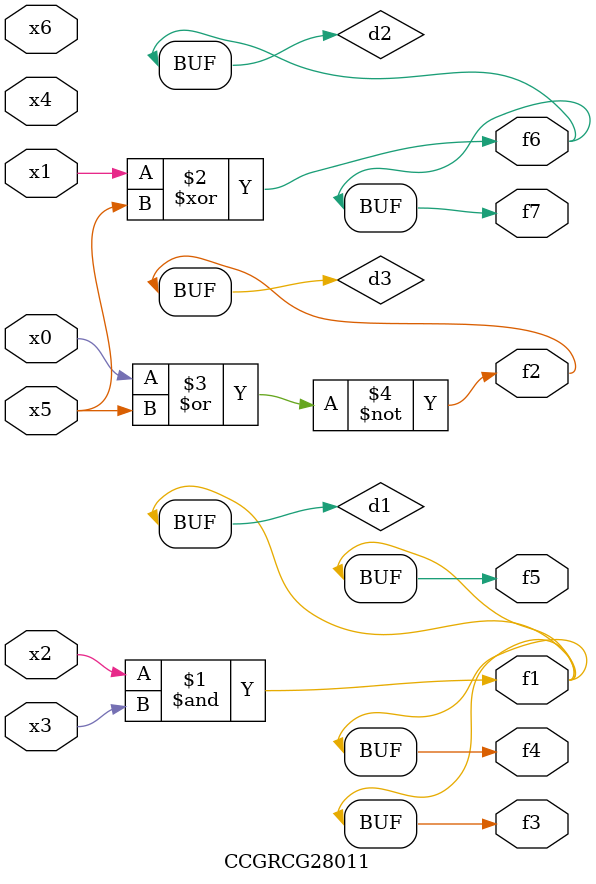
<source format=v>
module CCGRCG28011(
	input x0, x1, x2, x3, x4, x5, x6,
	output f1, f2, f3, f4, f5, f6, f7
);

	wire d1, d2, d3;

	and (d1, x2, x3);
	xor (d2, x1, x5);
	nor (d3, x0, x5);
	assign f1 = d1;
	assign f2 = d3;
	assign f3 = d1;
	assign f4 = d1;
	assign f5 = d1;
	assign f6 = d2;
	assign f7 = d2;
endmodule

</source>
